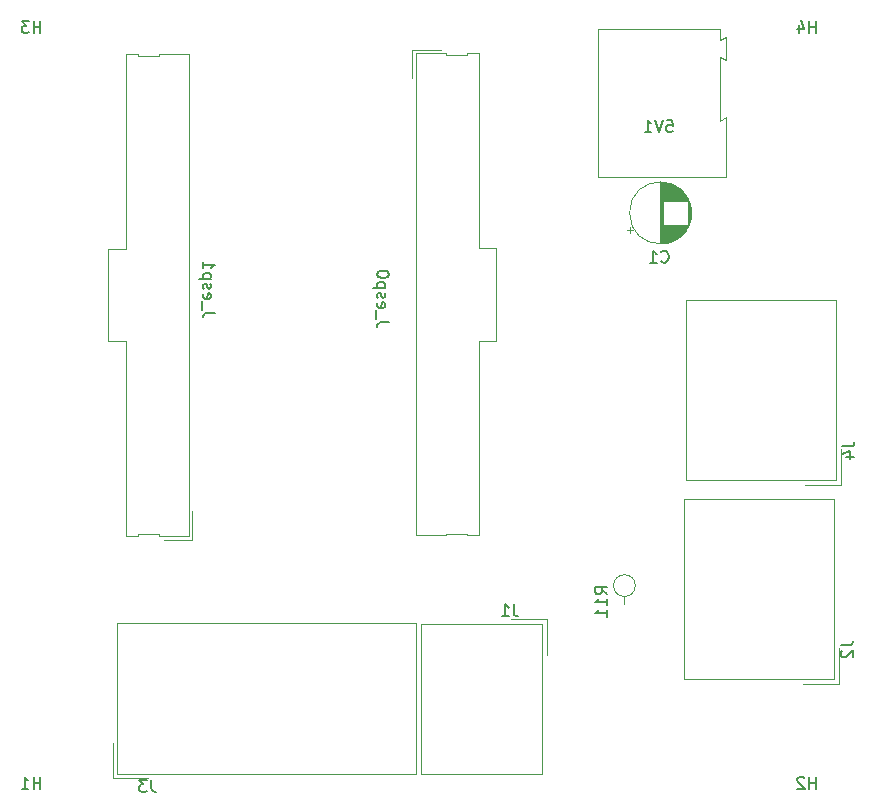
<source format=gbr>
%TF.GenerationSoftware,KiCad,Pcbnew,7.0.3*%
%TF.CreationDate,2023-06-20T17:59:41-05:00*%
%TF.ProjectId,water_tank_module,77617465-725f-4746-916e-6b5f6d6f6475,rev?*%
%TF.SameCoordinates,Original*%
%TF.FileFunction,Legend,Bot*%
%TF.FilePolarity,Positive*%
%FSLAX46Y46*%
G04 Gerber Fmt 4.6, Leading zero omitted, Abs format (unit mm)*
G04 Created by KiCad (PCBNEW 7.0.3) date 2023-06-20 17:59:41*
%MOMM*%
%LPD*%
G01*
G04 APERTURE LIST*
%ADD10C,0.150000*%
%ADD11C,0.120000*%
G04 APERTURE END LIST*
D10*
%TO.C,J4*%
X188324819Y-102765350D02*
X189039104Y-102765350D01*
X189039104Y-102765350D02*
X189181961Y-102717731D01*
X189181961Y-102717731D02*
X189277200Y-102622493D01*
X189277200Y-102622493D02*
X189324819Y-102479636D01*
X189324819Y-102479636D02*
X189324819Y-102384398D01*
X188658152Y-103670112D02*
X189324819Y-103670112D01*
X188277200Y-103432017D02*
X188991485Y-103193922D01*
X188991485Y-103193922D02*
X188991485Y-103812969D01*
%TO.C,J2*%
X188182319Y-119622850D02*
X188896604Y-119622850D01*
X188896604Y-119622850D02*
X189039461Y-119575231D01*
X189039461Y-119575231D02*
X189134700Y-119479993D01*
X189134700Y-119479993D02*
X189182319Y-119337136D01*
X189182319Y-119337136D02*
X189182319Y-119241898D01*
X188277557Y-120051422D02*
X188229938Y-120099041D01*
X188229938Y-120099041D02*
X188182319Y-120194279D01*
X188182319Y-120194279D02*
X188182319Y-120432374D01*
X188182319Y-120432374D02*
X188229938Y-120527612D01*
X188229938Y-120527612D02*
X188277557Y-120575231D01*
X188277557Y-120575231D02*
X188372795Y-120622850D01*
X188372795Y-120622850D02*
X188468033Y-120622850D01*
X188468033Y-120622850D02*
X188610890Y-120575231D01*
X188610890Y-120575231D02*
X189182319Y-120003803D01*
X189182319Y-120003803D02*
X189182319Y-120622850D01*
%TO.C,J3*%
X129797149Y-131012319D02*
X129797149Y-131726604D01*
X129797149Y-131726604D02*
X129844768Y-131869461D01*
X129844768Y-131869461D02*
X129940006Y-131964700D01*
X129940006Y-131964700D02*
X130082863Y-132012319D01*
X130082863Y-132012319D02*
X130178101Y-132012319D01*
X129416196Y-131012319D02*
X128797149Y-131012319D01*
X128797149Y-131012319D02*
X129130482Y-131393271D01*
X129130482Y-131393271D02*
X128987625Y-131393271D01*
X128987625Y-131393271D02*
X128892387Y-131440890D01*
X128892387Y-131440890D02*
X128844768Y-131488509D01*
X128844768Y-131488509D02*
X128797149Y-131583747D01*
X128797149Y-131583747D02*
X128797149Y-131821842D01*
X128797149Y-131821842D02*
X128844768Y-131917080D01*
X128844768Y-131917080D02*
X128892387Y-131964700D01*
X128892387Y-131964700D02*
X128987625Y-132012319D01*
X128987625Y-132012319D02*
X129273339Y-132012319D01*
X129273339Y-132012319D02*
X129368577Y-131964700D01*
X129368577Y-131964700D02*
X129416196Y-131917080D01*
%TO.C,H2*%
X186083220Y-131754819D02*
X186083220Y-130754819D01*
X186083220Y-131231009D02*
X185511792Y-131231009D01*
X185511792Y-131754819D02*
X185511792Y-130754819D01*
X185083220Y-130850057D02*
X185035601Y-130802438D01*
X185035601Y-130802438D02*
X184940363Y-130754819D01*
X184940363Y-130754819D02*
X184702268Y-130754819D01*
X184702268Y-130754819D02*
X184607030Y-130802438D01*
X184607030Y-130802438D02*
X184559411Y-130850057D01*
X184559411Y-130850057D02*
X184511792Y-130945295D01*
X184511792Y-130945295D02*
X184511792Y-131040533D01*
X184511792Y-131040533D02*
X184559411Y-131183390D01*
X184559411Y-131183390D02*
X185130839Y-131754819D01*
X185130839Y-131754819D02*
X184511792Y-131754819D01*
%TO.C,C1*%
X172988869Y-87108693D02*
X173036488Y-87156313D01*
X173036488Y-87156313D02*
X173179345Y-87203932D01*
X173179345Y-87203932D02*
X173274583Y-87203932D01*
X173274583Y-87203932D02*
X173417440Y-87156313D01*
X173417440Y-87156313D02*
X173512678Y-87061074D01*
X173512678Y-87061074D02*
X173560297Y-86965836D01*
X173560297Y-86965836D02*
X173607916Y-86775360D01*
X173607916Y-86775360D02*
X173607916Y-86632503D01*
X173607916Y-86632503D02*
X173560297Y-86442027D01*
X173560297Y-86442027D02*
X173512678Y-86346789D01*
X173512678Y-86346789D02*
X173417440Y-86251551D01*
X173417440Y-86251551D02*
X173274583Y-86203932D01*
X173274583Y-86203932D02*
X173179345Y-86203932D01*
X173179345Y-86203932D02*
X173036488Y-86251551D01*
X173036488Y-86251551D02*
X172988869Y-86299170D01*
X172036488Y-87203932D02*
X172607916Y-87203932D01*
X172322202Y-87203932D02*
X172322202Y-86203932D01*
X172322202Y-86203932D02*
X172417440Y-86346789D01*
X172417440Y-86346789D02*
X172512678Y-86442027D01*
X172512678Y-86442027D02*
X172607916Y-86489646D01*
%TO.C,H3*%
X120413220Y-67754819D02*
X120413220Y-66754819D01*
X120413220Y-67231009D02*
X119841792Y-67231009D01*
X119841792Y-67754819D02*
X119841792Y-66754819D01*
X119460839Y-66754819D02*
X118841792Y-66754819D01*
X118841792Y-66754819D02*
X119175125Y-67135771D01*
X119175125Y-67135771D02*
X119032268Y-67135771D01*
X119032268Y-67135771D02*
X118937030Y-67183390D01*
X118937030Y-67183390D02*
X118889411Y-67231009D01*
X118889411Y-67231009D02*
X118841792Y-67326247D01*
X118841792Y-67326247D02*
X118841792Y-67564342D01*
X118841792Y-67564342D02*
X118889411Y-67659580D01*
X118889411Y-67659580D02*
X118937030Y-67707200D01*
X118937030Y-67707200D02*
X119032268Y-67754819D01*
X119032268Y-67754819D02*
X119317982Y-67754819D01*
X119317982Y-67754819D02*
X119413220Y-67707200D01*
X119413220Y-67707200D02*
X119460839Y-67659580D01*
%TO.C,J_esp0*%
X149937680Y-92246316D02*
X149223395Y-92246316D01*
X149223395Y-92246316D02*
X149080538Y-92293935D01*
X149080538Y-92293935D02*
X148985300Y-92389173D01*
X148985300Y-92389173D02*
X148937680Y-92532030D01*
X148937680Y-92532030D02*
X148937680Y-92627268D01*
X148842442Y-92008221D02*
X148842442Y-91246316D01*
X148985300Y-90627268D02*
X148937680Y-90722506D01*
X148937680Y-90722506D02*
X148937680Y-90912982D01*
X148937680Y-90912982D02*
X148985300Y-91008220D01*
X148985300Y-91008220D02*
X149080538Y-91055839D01*
X149080538Y-91055839D02*
X149461490Y-91055839D01*
X149461490Y-91055839D02*
X149556728Y-91008220D01*
X149556728Y-91008220D02*
X149604347Y-90912982D01*
X149604347Y-90912982D02*
X149604347Y-90722506D01*
X149604347Y-90722506D02*
X149556728Y-90627268D01*
X149556728Y-90627268D02*
X149461490Y-90579649D01*
X149461490Y-90579649D02*
X149366252Y-90579649D01*
X149366252Y-90579649D02*
X149271014Y-91055839D01*
X148985300Y-90198696D02*
X148937680Y-90103458D01*
X148937680Y-90103458D02*
X148937680Y-89912982D01*
X148937680Y-89912982D02*
X148985300Y-89817744D01*
X148985300Y-89817744D02*
X149080538Y-89770125D01*
X149080538Y-89770125D02*
X149128157Y-89770125D01*
X149128157Y-89770125D02*
X149223395Y-89817744D01*
X149223395Y-89817744D02*
X149271014Y-89912982D01*
X149271014Y-89912982D02*
X149271014Y-90055839D01*
X149271014Y-90055839D02*
X149318633Y-90151077D01*
X149318633Y-90151077D02*
X149413871Y-90198696D01*
X149413871Y-90198696D02*
X149461490Y-90198696D01*
X149461490Y-90198696D02*
X149556728Y-90151077D01*
X149556728Y-90151077D02*
X149604347Y-90055839D01*
X149604347Y-90055839D02*
X149604347Y-89912982D01*
X149604347Y-89912982D02*
X149556728Y-89817744D01*
X149604347Y-89341553D02*
X148604347Y-89341553D01*
X149556728Y-89341553D02*
X149604347Y-89246315D01*
X149604347Y-89246315D02*
X149604347Y-89055839D01*
X149604347Y-89055839D02*
X149556728Y-88960601D01*
X149556728Y-88960601D02*
X149509109Y-88912982D01*
X149509109Y-88912982D02*
X149413871Y-88865363D01*
X149413871Y-88865363D02*
X149128157Y-88865363D01*
X149128157Y-88865363D02*
X149032919Y-88912982D01*
X149032919Y-88912982D02*
X148985300Y-88960601D01*
X148985300Y-88960601D02*
X148937680Y-89055839D01*
X148937680Y-89055839D02*
X148937680Y-89246315D01*
X148937680Y-89246315D02*
X148985300Y-89341553D01*
X149937680Y-88246315D02*
X149937680Y-88151077D01*
X149937680Y-88151077D02*
X149890061Y-88055839D01*
X149890061Y-88055839D02*
X149842442Y-88008220D01*
X149842442Y-88008220D02*
X149747204Y-87960601D01*
X149747204Y-87960601D02*
X149556728Y-87912982D01*
X149556728Y-87912982D02*
X149318633Y-87912982D01*
X149318633Y-87912982D02*
X149128157Y-87960601D01*
X149128157Y-87960601D02*
X149032919Y-88008220D01*
X149032919Y-88008220D02*
X148985300Y-88055839D01*
X148985300Y-88055839D02*
X148937680Y-88151077D01*
X148937680Y-88151077D02*
X148937680Y-88246315D01*
X148937680Y-88246315D02*
X148985300Y-88341553D01*
X148985300Y-88341553D02*
X149032919Y-88389172D01*
X149032919Y-88389172D02*
X149128157Y-88436791D01*
X149128157Y-88436791D02*
X149318633Y-88484410D01*
X149318633Y-88484410D02*
X149556728Y-88484410D01*
X149556728Y-88484410D02*
X149747204Y-88436791D01*
X149747204Y-88436791D02*
X149842442Y-88389172D01*
X149842442Y-88389172D02*
X149890061Y-88341553D01*
X149890061Y-88341553D02*
X149937680Y-88246315D01*
%TO.C,5V1*%
X173431182Y-75142882D02*
X173907372Y-75142882D01*
X173907372Y-75142882D02*
X173954991Y-75619072D01*
X173954991Y-75619072D02*
X173907372Y-75571453D01*
X173907372Y-75571453D02*
X173812134Y-75523834D01*
X173812134Y-75523834D02*
X173574039Y-75523834D01*
X173574039Y-75523834D02*
X173478801Y-75571453D01*
X173478801Y-75571453D02*
X173431182Y-75619072D01*
X173431182Y-75619072D02*
X173383563Y-75714310D01*
X173383563Y-75714310D02*
X173383563Y-75952405D01*
X173383563Y-75952405D02*
X173431182Y-76047643D01*
X173431182Y-76047643D02*
X173478801Y-76095263D01*
X173478801Y-76095263D02*
X173574039Y-76142882D01*
X173574039Y-76142882D02*
X173812134Y-76142882D01*
X173812134Y-76142882D02*
X173907372Y-76095263D01*
X173907372Y-76095263D02*
X173954991Y-76047643D01*
X173097848Y-75142882D02*
X172764515Y-76142882D01*
X172764515Y-76142882D02*
X172431182Y-75142882D01*
X171574039Y-76142882D02*
X172145467Y-76142882D01*
X171859753Y-76142882D02*
X171859753Y-75142882D01*
X171859753Y-75142882D02*
X171954991Y-75285739D01*
X171954991Y-75285739D02*
X172050229Y-75380977D01*
X172050229Y-75380977D02*
X172145467Y-75428596D01*
%TO.C,H4*%
X186083220Y-67754819D02*
X186083220Y-66754819D01*
X186083220Y-67231009D02*
X185511792Y-67231009D01*
X185511792Y-67754819D02*
X185511792Y-66754819D01*
X184607030Y-67088152D02*
X184607030Y-67754819D01*
X184845125Y-66707200D02*
X185083220Y-67421485D01*
X185083220Y-67421485D02*
X184464173Y-67421485D01*
%TO.C,H1*%
X120413220Y-131754819D02*
X120413220Y-130754819D01*
X120413220Y-131231009D02*
X119841792Y-131231009D01*
X119841792Y-131754819D02*
X119841792Y-130754819D01*
X118841792Y-131754819D02*
X119413220Y-131754819D01*
X119127506Y-131754819D02*
X119127506Y-130754819D01*
X119127506Y-130754819D02*
X119222744Y-130897676D01*
X119222744Y-130897676D02*
X119317982Y-130992914D01*
X119317982Y-130992914D02*
X119413220Y-131040533D01*
%TO.C,J1*%
X160512149Y-116147319D02*
X160512149Y-116861604D01*
X160512149Y-116861604D02*
X160559768Y-117004461D01*
X160559768Y-117004461D02*
X160655006Y-117099700D01*
X160655006Y-117099700D02*
X160797863Y-117147319D01*
X160797863Y-117147319D02*
X160893101Y-117147319D01*
X159512149Y-117147319D02*
X160083577Y-117147319D01*
X159797863Y-117147319D02*
X159797863Y-116147319D01*
X159797863Y-116147319D02*
X159893101Y-116290176D01*
X159893101Y-116290176D02*
X159988339Y-116385414D01*
X159988339Y-116385414D02*
X160083577Y-116433033D01*
%TO.C,R11*%
X168404819Y-115280576D02*
X167928628Y-114947243D01*
X168404819Y-114709148D02*
X167404819Y-114709148D01*
X167404819Y-114709148D02*
X167404819Y-115090100D01*
X167404819Y-115090100D02*
X167452438Y-115185338D01*
X167452438Y-115185338D02*
X167500057Y-115232957D01*
X167500057Y-115232957D02*
X167595295Y-115280576D01*
X167595295Y-115280576D02*
X167738152Y-115280576D01*
X167738152Y-115280576D02*
X167833390Y-115232957D01*
X167833390Y-115232957D02*
X167881009Y-115185338D01*
X167881009Y-115185338D02*
X167928628Y-115090100D01*
X167928628Y-115090100D02*
X167928628Y-114709148D01*
X168404819Y-116232957D02*
X168404819Y-115661529D01*
X168404819Y-115947243D02*
X167404819Y-115947243D01*
X167404819Y-115947243D02*
X167547676Y-115852005D01*
X167547676Y-115852005D02*
X167642914Y-115756767D01*
X167642914Y-115756767D02*
X167690533Y-115661529D01*
X168404819Y-117185338D02*
X168404819Y-116613910D01*
X168404819Y-116899624D02*
X167404819Y-116899624D01*
X167404819Y-116899624D02*
X167547676Y-116804386D01*
X167547676Y-116804386D02*
X167642914Y-116709148D01*
X167642914Y-116709148D02*
X167690533Y-116613910D01*
%TO.C,J_esp1*%
X135192180Y-91465316D02*
X134477895Y-91465316D01*
X134477895Y-91465316D02*
X134335038Y-91512935D01*
X134335038Y-91512935D02*
X134239800Y-91608173D01*
X134239800Y-91608173D02*
X134192180Y-91751030D01*
X134192180Y-91751030D02*
X134192180Y-91846268D01*
X134096942Y-91227221D02*
X134096942Y-90465316D01*
X134239800Y-89846268D02*
X134192180Y-89941506D01*
X134192180Y-89941506D02*
X134192180Y-90131982D01*
X134192180Y-90131982D02*
X134239800Y-90227220D01*
X134239800Y-90227220D02*
X134335038Y-90274839D01*
X134335038Y-90274839D02*
X134715990Y-90274839D01*
X134715990Y-90274839D02*
X134811228Y-90227220D01*
X134811228Y-90227220D02*
X134858847Y-90131982D01*
X134858847Y-90131982D02*
X134858847Y-89941506D01*
X134858847Y-89941506D02*
X134811228Y-89846268D01*
X134811228Y-89846268D02*
X134715990Y-89798649D01*
X134715990Y-89798649D02*
X134620752Y-89798649D01*
X134620752Y-89798649D02*
X134525514Y-90274839D01*
X134239800Y-89417696D02*
X134192180Y-89322458D01*
X134192180Y-89322458D02*
X134192180Y-89131982D01*
X134192180Y-89131982D02*
X134239800Y-89036744D01*
X134239800Y-89036744D02*
X134335038Y-88989125D01*
X134335038Y-88989125D02*
X134382657Y-88989125D01*
X134382657Y-88989125D02*
X134477895Y-89036744D01*
X134477895Y-89036744D02*
X134525514Y-89131982D01*
X134525514Y-89131982D02*
X134525514Y-89274839D01*
X134525514Y-89274839D02*
X134573133Y-89370077D01*
X134573133Y-89370077D02*
X134668371Y-89417696D01*
X134668371Y-89417696D02*
X134715990Y-89417696D01*
X134715990Y-89417696D02*
X134811228Y-89370077D01*
X134811228Y-89370077D02*
X134858847Y-89274839D01*
X134858847Y-89274839D02*
X134858847Y-89131982D01*
X134858847Y-89131982D02*
X134811228Y-89036744D01*
X134858847Y-88560553D02*
X133858847Y-88560553D01*
X134811228Y-88560553D02*
X134858847Y-88465315D01*
X134858847Y-88465315D02*
X134858847Y-88274839D01*
X134858847Y-88274839D02*
X134811228Y-88179601D01*
X134811228Y-88179601D02*
X134763609Y-88131982D01*
X134763609Y-88131982D02*
X134668371Y-88084363D01*
X134668371Y-88084363D02*
X134382657Y-88084363D01*
X134382657Y-88084363D02*
X134287419Y-88131982D01*
X134287419Y-88131982D02*
X134239800Y-88179601D01*
X134239800Y-88179601D02*
X134192180Y-88274839D01*
X134192180Y-88274839D02*
X134192180Y-88465315D01*
X134192180Y-88465315D02*
X134239800Y-88560553D01*
X134192180Y-87131982D02*
X134192180Y-87703410D01*
X134192180Y-87417696D02*
X135192180Y-87417696D01*
X135192180Y-87417696D02*
X135049323Y-87512934D01*
X135049323Y-87512934D02*
X134954085Y-87608172D01*
X134954085Y-87608172D02*
X134906466Y-87703410D01*
D11*
%TO.C,J4*%
X185170000Y-106000000D02*
X188170000Y-106000000D01*
X188170000Y-106000000D02*
X188170000Y-103000000D01*
X175050000Y-105620000D02*
X175050000Y-90380000D01*
X175050000Y-105620000D02*
X175050000Y-90380000D01*
X187790000Y-105620000D02*
X175050000Y-105620000D01*
X187790000Y-105620000D02*
X175050000Y-105620000D01*
X187790000Y-105620000D02*
X187790000Y-90380000D01*
X187790000Y-105620000D02*
X187790000Y-90380000D01*
X187790000Y-90380000D02*
X175050000Y-90380000D01*
X187790000Y-90380000D02*
X175050000Y-90380000D01*
%TO.C,J2*%
X185027500Y-122857500D02*
X188027500Y-122857500D01*
X188027500Y-122857500D02*
X188027500Y-119857500D01*
X174907500Y-122477500D02*
X174907500Y-107237500D01*
X174907500Y-122477500D02*
X174907500Y-107237500D01*
X187647500Y-122477500D02*
X174907500Y-122477500D01*
X187647500Y-122477500D02*
X174907500Y-122477500D01*
X187647500Y-122477500D02*
X187647500Y-107237500D01*
X187647500Y-122477500D02*
X187647500Y-107237500D01*
X187647500Y-107237500D02*
X174907500Y-107237500D01*
X187647500Y-107237500D02*
X174907500Y-107237500D01*
%TO.C,J3*%
X126562500Y-127857500D02*
X126562500Y-130857500D01*
X126562500Y-130857500D02*
X129562500Y-130857500D01*
X126942500Y-117737500D02*
X152182500Y-117737500D01*
X126942500Y-117737500D02*
X152182500Y-117737500D01*
X126942500Y-130477500D02*
X126942500Y-117737500D01*
X126942500Y-130477500D02*
X126942500Y-117737500D01*
X126942500Y-130477500D02*
X152182500Y-130477500D01*
X126942500Y-130477500D02*
X152182500Y-130477500D01*
X152182500Y-130477500D02*
X152182500Y-117737500D01*
X152182500Y-130477500D02*
X152182500Y-117737500D01*
%TO.C,C1*%
X170116112Y-84474113D02*
X170616112Y-84474113D01*
X170366112Y-84724113D02*
X170366112Y-84224113D01*
X172920887Y-85579113D02*
X172920887Y-80419113D01*
X172960887Y-85579113D02*
X172960887Y-80419113D01*
X173000887Y-85578113D02*
X173000887Y-80420113D01*
X173040887Y-85577113D02*
X173040887Y-80421113D01*
X173080887Y-85575113D02*
X173080887Y-80423113D01*
X173120887Y-85572113D02*
X173120887Y-80426113D01*
X173160887Y-81959113D02*
X173160887Y-80430113D01*
X173160887Y-85568113D02*
X173160887Y-84039113D01*
X173200887Y-81959113D02*
X173200887Y-80434113D01*
X173200887Y-85564113D02*
X173200887Y-84039113D01*
X173240887Y-81959113D02*
X173240887Y-80438113D01*
X173240887Y-85560113D02*
X173240887Y-84039113D01*
X173280887Y-81959113D02*
X173280887Y-80443113D01*
X173280887Y-85555113D02*
X173280887Y-84039113D01*
X173320887Y-81959113D02*
X173320887Y-80449113D01*
X173320887Y-85549113D02*
X173320887Y-84039113D01*
X173360887Y-81959113D02*
X173360887Y-80456113D01*
X173360887Y-85542113D02*
X173360887Y-84039113D01*
X173400887Y-81959113D02*
X173400887Y-80463113D01*
X173400887Y-85535113D02*
X173400887Y-84039113D01*
X173440887Y-81959113D02*
X173440887Y-80471113D01*
X173440887Y-85527113D02*
X173440887Y-84039113D01*
X173480887Y-81959113D02*
X173480887Y-80479113D01*
X173480887Y-85519113D02*
X173480887Y-84039113D01*
X173520887Y-81959113D02*
X173520887Y-80488113D01*
X173520887Y-85510113D02*
X173520887Y-84039113D01*
X173560887Y-81959113D02*
X173560887Y-80498113D01*
X173560887Y-85500113D02*
X173560887Y-84039113D01*
X173600887Y-81959113D02*
X173600887Y-80508113D01*
X173600887Y-85490113D02*
X173600887Y-84039113D01*
X173641887Y-81959113D02*
X173641887Y-80519113D01*
X173641887Y-85479113D02*
X173641887Y-84039113D01*
X173681887Y-81959113D02*
X173681887Y-80531113D01*
X173681887Y-85467113D02*
X173681887Y-84039113D01*
X173721887Y-81959113D02*
X173721887Y-80544113D01*
X173721887Y-85454113D02*
X173721887Y-84039113D01*
X173761887Y-81959113D02*
X173761887Y-80557113D01*
X173761887Y-85441113D02*
X173761887Y-84039113D01*
X173801887Y-81959113D02*
X173801887Y-80571113D01*
X173801887Y-85427113D02*
X173801887Y-84039113D01*
X173841887Y-81959113D02*
X173841887Y-80585113D01*
X173841887Y-85413113D02*
X173841887Y-84039113D01*
X173881887Y-81959113D02*
X173881887Y-80601113D01*
X173881887Y-85397113D02*
X173881887Y-84039113D01*
X173921887Y-81959113D02*
X173921887Y-80617113D01*
X173921887Y-85381113D02*
X173921887Y-84039113D01*
X173961887Y-81959113D02*
X173961887Y-80634113D01*
X173961887Y-85364113D02*
X173961887Y-84039113D01*
X174001887Y-81959113D02*
X174001887Y-80651113D01*
X174001887Y-85347113D02*
X174001887Y-84039113D01*
X174041887Y-81959113D02*
X174041887Y-80670113D01*
X174041887Y-85328113D02*
X174041887Y-84039113D01*
X174081887Y-81959113D02*
X174081887Y-80689113D01*
X174081887Y-85309113D02*
X174081887Y-84039113D01*
X174121887Y-81959113D02*
X174121887Y-80709113D01*
X174121887Y-85289113D02*
X174121887Y-84039113D01*
X174161887Y-81959113D02*
X174161887Y-80731113D01*
X174161887Y-85267113D02*
X174161887Y-84039113D01*
X174201887Y-81959113D02*
X174201887Y-80752113D01*
X174201887Y-85246113D02*
X174201887Y-84039113D01*
X174241887Y-81959113D02*
X174241887Y-80775113D01*
X174241887Y-85223113D02*
X174241887Y-84039113D01*
X174281887Y-81959113D02*
X174281887Y-80799113D01*
X174281887Y-85199113D02*
X174281887Y-84039113D01*
X174321887Y-81959113D02*
X174321887Y-80824113D01*
X174321887Y-85174113D02*
X174321887Y-84039113D01*
X174361887Y-81959113D02*
X174361887Y-80850113D01*
X174361887Y-85148113D02*
X174361887Y-84039113D01*
X174401887Y-81959113D02*
X174401887Y-80877113D01*
X174401887Y-85121113D02*
X174401887Y-84039113D01*
X174441887Y-81959113D02*
X174441887Y-80904113D01*
X174441887Y-85094113D02*
X174441887Y-84039113D01*
X174481887Y-81959113D02*
X174481887Y-80934113D01*
X174481887Y-85064113D02*
X174481887Y-84039113D01*
X174521887Y-81959113D02*
X174521887Y-80964113D01*
X174521887Y-85034113D02*
X174521887Y-84039113D01*
X174561887Y-81959113D02*
X174561887Y-80995113D01*
X174561887Y-85003113D02*
X174561887Y-84039113D01*
X174601887Y-81959113D02*
X174601887Y-81028113D01*
X174601887Y-84970113D02*
X174601887Y-84039113D01*
X174641887Y-81959113D02*
X174641887Y-81062113D01*
X174641887Y-84936113D02*
X174641887Y-84039113D01*
X174681887Y-81959113D02*
X174681887Y-81098113D01*
X174681887Y-84900113D02*
X174681887Y-84039113D01*
X174721887Y-81959113D02*
X174721887Y-81135113D01*
X174721887Y-84863113D02*
X174721887Y-84039113D01*
X174761887Y-81959113D02*
X174761887Y-81173113D01*
X174761887Y-84825113D02*
X174761887Y-84039113D01*
X174801887Y-81959113D02*
X174801887Y-81214113D01*
X174801887Y-84784113D02*
X174801887Y-84039113D01*
X174841887Y-81959113D02*
X174841887Y-81256113D01*
X174841887Y-84742113D02*
X174841887Y-84039113D01*
X174881887Y-81959113D02*
X174881887Y-81300113D01*
X174881887Y-84698113D02*
X174881887Y-84039113D01*
X174921887Y-81959113D02*
X174921887Y-81346113D01*
X174921887Y-84652113D02*
X174921887Y-84039113D01*
X174961887Y-81959113D02*
X174961887Y-81394113D01*
X174961887Y-84604113D02*
X174961887Y-84039113D01*
X175001887Y-81959113D02*
X175001887Y-81445113D01*
X175001887Y-84553113D02*
X175001887Y-84039113D01*
X175041887Y-81959113D02*
X175041887Y-81499113D01*
X175041887Y-84499113D02*
X175041887Y-84039113D01*
X175081887Y-81959113D02*
X175081887Y-81556113D01*
X175081887Y-84442113D02*
X175081887Y-84039113D01*
X175121887Y-81959113D02*
X175121887Y-81616113D01*
X175121887Y-84382113D02*
X175121887Y-84039113D01*
X175161887Y-81959113D02*
X175161887Y-81680113D01*
X175161887Y-84318113D02*
X175161887Y-84039113D01*
X175201887Y-81959113D02*
X175201887Y-81748113D01*
X175201887Y-84250113D02*
X175201887Y-84039113D01*
X175241887Y-84177113D02*
X175241887Y-81821113D01*
X175281887Y-84097113D02*
X175281887Y-81901113D01*
X175321887Y-84010113D02*
X175321887Y-81988113D01*
X175361887Y-83914113D02*
X175361887Y-82084113D01*
X175401887Y-83804113D02*
X175401887Y-82194113D01*
X175441887Y-83676113D02*
X175441887Y-82322113D01*
X175481887Y-83517113D02*
X175481887Y-82481113D01*
X175521887Y-83283113D02*
X175521887Y-82715113D01*
X175540887Y-82999113D02*
G75*
G03*
X175540887Y-82999113I-2620000J0D01*
G01*
%TO.C,J_esp0*%
X154325000Y-69195000D02*
X151915000Y-69195000D01*
X151915000Y-69195000D02*
X151915000Y-71605000D01*
X157535000Y-69495000D02*
X157535000Y-85965000D01*
X156555000Y-69495000D02*
X157535000Y-69495000D01*
X154745000Y-69495000D02*
X154745000Y-69625000D01*
X152215000Y-69495000D02*
X154745000Y-69495000D01*
X156555000Y-69625000D02*
X156555000Y-69495000D01*
X154745000Y-69625000D02*
X156555000Y-69625000D01*
X159035000Y-85965000D02*
X159035000Y-93805000D01*
X157535000Y-85965000D02*
X159035000Y-85965000D01*
X159035000Y-93805000D02*
X157535000Y-93805000D01*
X157535000Y-93805000D02*
X157535000Y-110275000D01*
X156555000Y-110145000D02*
X154745000Y-110145000D01*
X154745000Y-110145000D02*
X154745000Y-110275000D01*
X157535000Y-110275000D02*
X156555000Y-110275000D01*
X156555000Y-110275000D02*
X156555000Y-110145000D01*
X154745000Y-110275000D02*
X152215000Y-110275000D01*
X152215000Y-110275000D02*
X152215000Y-69495000D01*
%TO.C,5V1*%
X167648200Y-67388063D02*
X177998200Y-67388063D01*
X167648200Y-79988063D02*
X167648200Y-67388063D01*
X177998200Y-67388063D02*
X177998200Y-68338063D01*
X177998200Y-68338063D02*
X178498200Y-68088063D01*
X177998200Y-69788063D02*
X177998200Y-75188063D01*
X177998200Y-75188063D02*
X178498200Y-74888063D01*
X178498200Y-68088063D02*
X178498200Y-69988063D01*
X178498200Y-69988063D02*
X178498200Y-70038063D01*
X178498200Y-70038063D02*
X177998200Y-69788063D01*
X178498200Y-74888063D02*
X178498200Y-79988063D01*
X178498200Y-79988063D02*
X167648200Y-79988063D01*
%TO.C,J1*%
X163277500Y-120392500D02*
X163277500Y-117392500D01*
X163277500Y-117392500D02*
X160277500Y-117392500D01*
X162897500Y-130512500D02*
X152657500Y-130512500D01*
X162897500Y-130512500D02*
X152657500Y-130512500D01*
X162897500Y-117772500D02*
X162897500Y-130512500D01*
X162897500Y-117772500D02*
X162897500Y-130512500D01*
X162897500Y-117772500D02*
X152657500Y-117772500D01*
X162897500Y-117772500D02*
X152657500Y-117772500D01*
X152657500Y-117772500D02*
X152657500Y-130512500D01*
X152657500Y-117772500D02*
X152657500Y-130512500D01*
%TO.C,R11*%
X169870000Y-115474750D02*
X169870000Y-116094750D01*
X170790000Y-114554750D02*
G75*
G03*
X170790000Y-114554750I-920000J0D01*
G01*
%TO.C,J_esp1*%
X130884500Y-110654000D02*
X133294500Y-110654000D01*
X133294500Y-110654000D02*
X133294500Y-108244000D01*
X127674500Y-110354000D02*
X127674500Y-93884000D01*
X128654500Y-110354000D02*
X127674500Y-110354000D01*
X130464500Y-110354000D02*
X130464500Y-110224000D01*
X132994500Y-110354000D02*
X130464500Y-110354000D01*
X128654500Y-110224000D02*
X128654500Y-110354000D01*
X130464500Y-110224000D02*
X128654500Y-110224000D01*
X126174500Y-93884000D02*
X126174500Y-86044000D01*
X127674500Y-93884000D02*
X126174500Y-93884000D01*
X126174500Y-86044000D02*
X127674500Y-86044000D01*
X127674500Y-86044000D02*
X127674500Y-69574000D01*
X128654500Y-69704000D02*
X130464500Y-69704000D01*
X130464500Y-69704000D02*
X130464500Y-69574000D01*
X127674500Y-69574000D02*
X128654500Y-69574000D01*
X128654500Y-69574000D02*
X128654500Y-69704000D01*
X130464500Y-69574000D02*
X132994500Y-69574000D01*
X132994500Y-69574000D02*
X132994500Y-110354000D01*
%TD*%
M02*

</source>
